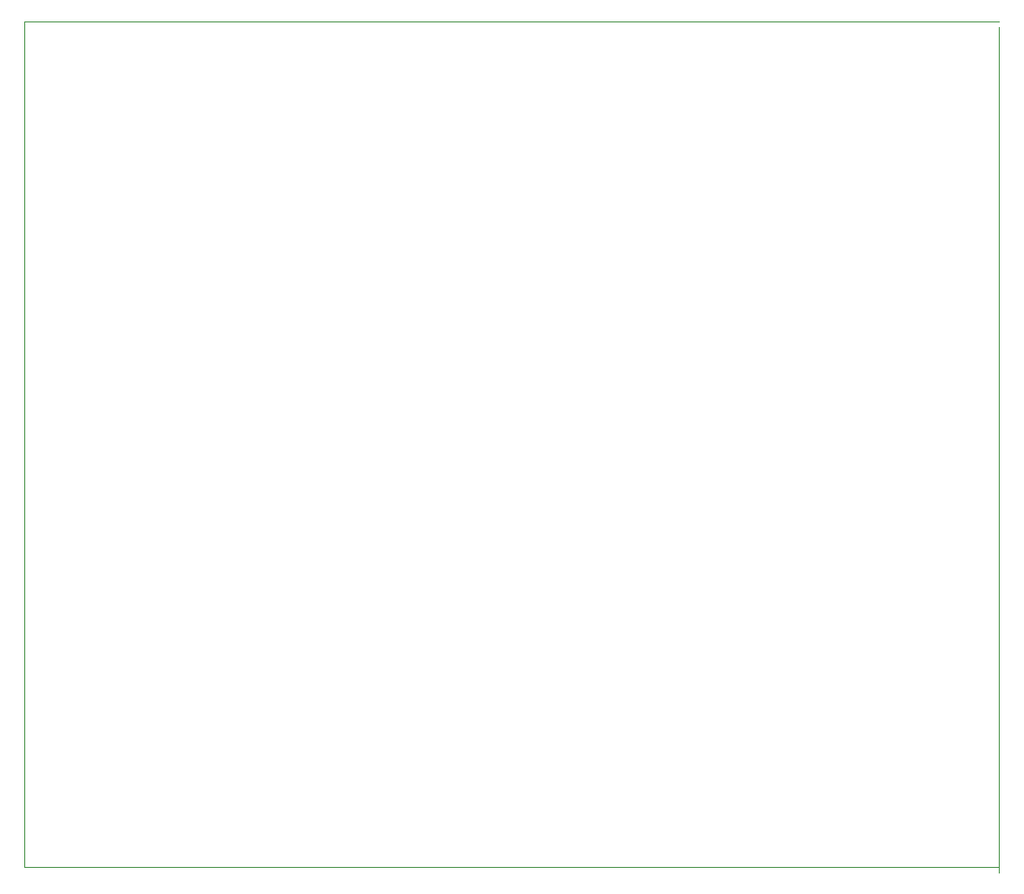
<source format=gbr>
G04 #@! TF.GenerationSoftware,KiCad,Pcbnew,(5.1.10)-1*
G04 #@! TF.CreationDate,2022-06-15T22:58:40-06:00*
G04 #@! TF.ProjectId,Control,436f6e74-726f-46c2-9e6b-696361645f70,rev?*
G04 #@! TF.SameCoordinates,Original*
G04 #@! TF.FileFunction,Profile,NP*
%FSLAX46Y46*%
G04 Gerber Fmt 4.6, Leading zero omitted, Abs format (unit mm)*
G04 Created by KiCad (PCBNEW (5.1.10)-1) date 2022-06-15 22:58:40*
%MOMM*%
%LPD*%
G01*
G04 APERTURE LIST*
G04 #@! TA.AperFunction,Profile*
%ADD10C,0.050000*%
G04 #@! TD*
G04 APERTURE END LIST*
D10*
X39624000Y-20828000D02*
X39624000Y-58928000D01*
X128016000Y-20828000D02*
X39624000Y-20828000D01*
X128016000Y-98044000D02*
X128016000Y-21336000D01*
X39624000Y-97536000D02*
X128016000Y-97536000D01*
X39624000Y-58928000D02*
X39624000Y-97536000D01*
M02*

</source>
